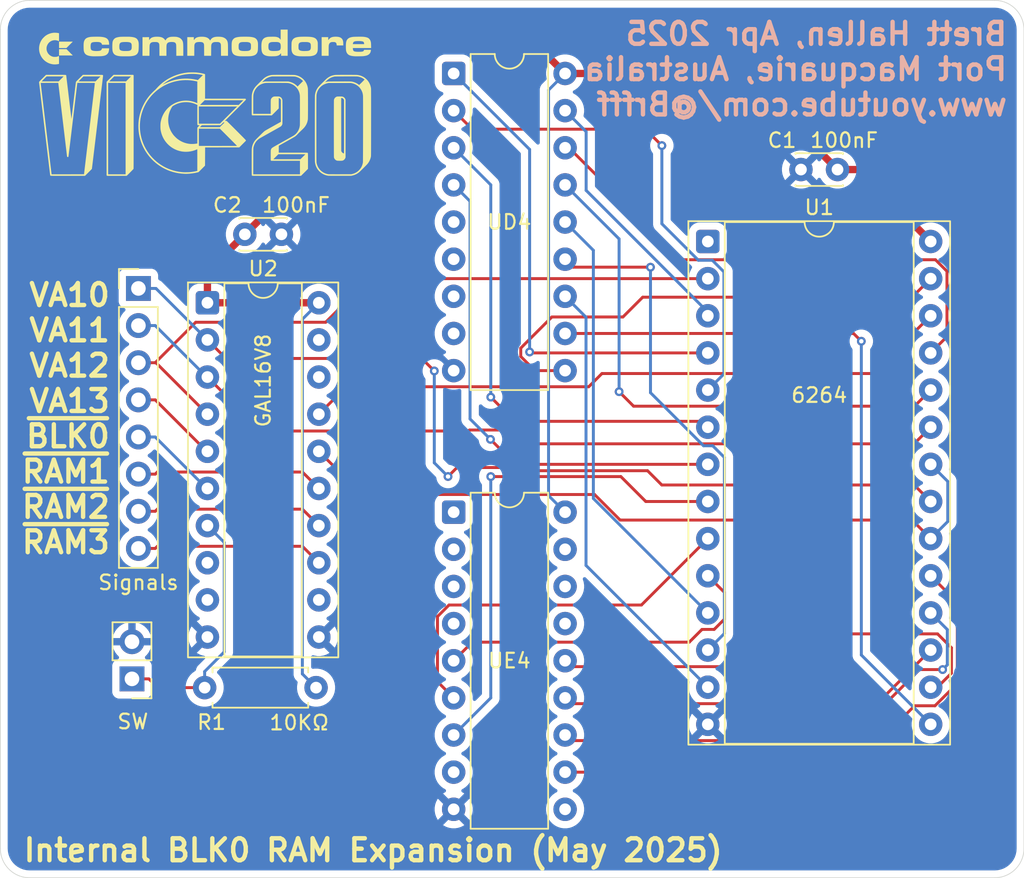
<source format=kicad_pcb>
(kicad_pcb (version 20241229) (generator "pcbnew") (generator_version "9.0")
  (title_block (title "Commodore VIC-20 BLK0 RAM Expansion ") (date "12-May-2025") (rev "A") (company "Brett Hallen") (comment 1 "www.youtube.com/@Brfff"))
  (layers (0 "F.Cu" signal) (2 "B.Cu" signal) (13 "F.Paste" user) (15 "B.Paste" user) (5 "F.SilkS" user "F.Silkscreen") (7 "B.SilkS" user "B.Silkscreen") (1 "F.Mask" user) (3 "B.Mask" user) (25 "Edge.Cuts" user))
  (net 0 "")
  (net 1 "+5V")
  (net 2 "GND")
  (net 3 "VA4")
  (net 4 "VA3")
  (net 5 "VA5")
  (net 6 "VA2")
  (net 7 "VA0")
  (net 8 "VA8")
  (net 9 "BD1")
  (net 10 "BD2")
  (net 11 "BD3")
  (net 12 "VA6")
  (net 14 "BD0")
  (net 15 "VA7")
  (net 16 "VR{slash}W")
  (net 17 "VA1")
  (net 18 "VA9")
  (net 19 "BD7")
  (net 20 "BD6")
  (net 25 "BD5")
  (net 28 "BD4")
  (net 32 "S")
  (net 33 "~{RAM3}")
  (net 34 "VA12")
  (net 35 "VA10")
  (net 36 "VA13{slash}G1")
  (net 38 "VA11")
  (net 39 "~{CS1}")
  (net 40 "~{RAM2}")
  (net 41 "CS2")
  (net 47 "~{BLK0}{slash}~{G2A}")
  (net 51 "~{RAM1}")
  (footprint "Connector_PinHeader_2.54mm:PinHeader_1x02_P2.54mm_Vertical" (layer "F.Cu") (at 58.04 77.52 180)
    (property "Reference" "J3" (hide yes))
    (property "Value" "SW" (at -0.058137 -2.923627 0) (layer "F.SilkS"))
    (pad "1" thru_hole rect (at 0 0 180) (size 1.7 1.7) (drill 1) (layers "*.Cu" "*.Mask") (net 32 "S"))
    (pad "2" thru_hole oval (at 0 2.54 180) (size 1.7 1.7) (drill 1) (layers "*.Cu" "*.Mask") (net 2 "GND"))
  )
  (footprint "Connector_PinHeader_2.54mm:PinHeader_1x08_P2.54mm_Vertical" (layer "F.Cu") (at 58.48 50.82)
    (property "Reference" "J4" (hide yes))
    (property "Value" "Signals" (at 0 20.11 0) (layer "F.SilkS"))
    (pad "1" thru_hole rect (at 0 0) (size 1.7 1.7) (drill 1) (layers "*.Cu" "*.Mask") (net 35 "VA10"))
    (pad "2" thru_hole oval (at 0 2.54) (size 1.7 1.7) (drill 1) (layers "*.Cu" "*.Mask") (net 38 "VA11"))
    (pad "3" thru_hole oval (at 0 5.08) (size 1.7 1.7) (drill 1) (layers "*.Cu" "*.Mask") (net 34 "VA12"))
    (pad "4" thru_hole oval (at 0 7.62) (size 1.7 1.7) (drill 1) (layers "*.Cu" "*.Mask") (net 36 "VA13{slash}G1"))
    (pad "5" thru_hole oval (at 0 10.16) (size 1.7 1.7) (drill 1) (layers "*.Cu" "*.Mask") (net 47 "~{BLK0}{slash}~{G2A}"))
    (pad "6" thru_hole oval (at 0 12.7) (size 1.7 1.7) (drill 1) (layers "*.Cu" "*.Mask") (net 51 "~{RAM1}"))
    (pad "7" thru_hole oval (at 0 15.24) (size 1.7 1.7) (drill 1) (layers "*.Cu" "*.Mask") (net 40 "~{RAM2}"))
    (pad "8" thru_hole oval (at 0 17.78) (size 1.7 1.7) (drill 1) (layers "*.Cu" "*.Mask") (net 33 "~{RAM3}"))
  )
  (footprint "Package_DIP:DIP-18_W7.62mm" (layer "F.Cu") (at 80.04 66.12)
    (property "Reference" "J2" (hide yes))
    (property "Value" "UE4" (at 3.805 10.16 0) (layer "F.SilkS"))
    (pad "1" thru_hole roundrect (at 0 0) (size 1.6 1.6) (drill 0.8) (layers "*.Cu" "*.Mask") (roundrect_rratio 0.15625))
    (pad "2" thru_hole circle (at 0 2.54) (size 1.6 1.6) (drill 0.8) (layers "*.Cu" "*.Mask"))
    (pad "3" thru_hole circle (at 0 5.08) (size 1.6 1.6) (drill 0.8) (layers "*.Cu" "*.Mask"))
    (pad "4" thru_hole circle (at 0 7.62) (size 1.6 1.6) (drill 0.8) (layers "*.Cu" "*.Mask"))
    (pad "5" thru_hole circle (at 0 10.16) (size 1.6 1.6) (drill 0.8) (layers "*.Cu" "*.Mask") (net 7 "VA0"))
    (pad "6" thru_hole circle (at 0 12.7) (size 1.6 1.6) (drill 0.8) (layers "*.Cu" "*.Mask") (net 17 "VA1"))
    (pad "7" thru_hole circle (at 0 15.24) (size 1.6 1.6) (drill 0.8) (layers "*.Cu" "*.Mask") (net 6 "VA2"))
    (pad "8" thru_hole circle (at 0 17.78) (size 1.6 1.6) (drill 0.8) (layers "*.Cu" "*.Mask"))
    (pad "9" thru_hole circle (at 0 20.32) (size 1.6 1.6) (drill 0.8) (layers "*.Cu" "*.Mask") (net 2 "GND"))
    (pad "10" thru_hole circle (at 7.62 20.32) (size 1.6 1.6) (drill 0.8) (layers "*.Cu" "*.Mask"))
    (pad "11" thru_hole circle (at 7.62 17.78) (size 1.6 1.6) (drill 0.8) (layers "*.Cu" "*.Mask") (net 19 "BD7"))
    (pad "12" thru_hole circle (at 7.62 15.24) (size 1.6 1.6) (drill 0.8) (layers "*.Cu" "*.Mask") (net 20 "BD6"))
    (pad "13" thru_hole circle (at 7.62 12.7) (size 1.6 1.6) (drill 0.8) (layers "*.Cu" "*.Mask") (net 25 "BD5"))
    (pad "14" thru_hole circle (at 7.62 10.16) (size 1.6 1.6) (drill 0.8) (layers "*.Cu" "*.Mask") (net 28 "BD4"))
    (pad "15" thru_hole circle (at 7.62 7.62) (size 1.6 1.6) (drill 0.8) (layers "*.Cu" "*.Mask"))
    (pad "16" thru_hole circle (at 7.62 5.08) (size 1.6 1.6) (drill 0.8) (layers "*.Cu" "*.Mask"))
    (pad "17" thru_hole circle (at 7.62 2.54) (size 1.6 1.6) (drill 0.8) (layers "*.Cu" "*.Mask"))
    (pad "18" thru_hole circle (at 7.62 0) (size 1.6 1.6) (drill 0.8) (layers "*.Cu" "*.Mask") (net 1 "+5V"))
  )
  (footprint "Package_DIP:DIP-18_W7.62mm" (layer "F.Cu") (at 80.04 36.12)
    (property "Reference" "J1" (hide yes))
    (property "Value" "UD4" (at 3.805 10.16 0) (layer "F.SilkS"))
    (pad "1" thru_hole roundrect (at 0 0) (size 1.6 1.6) (drill 0.8) (layers "*.Cu" "*.Mask") (roundrect_rratio 0.15625) (net 12 "VA6"))
    (pad "2" thru_hole circle (at 0 2.54) (size 1.6 1.6) (drill 0.8) (layers "*.Cu" "*.Mask") (net 5 "VA5"))
    (pad "3" thru_hole circle (at 0 5.08) (size 1.6 1.6) (drill 0.8) (layers "*.Cu" "*.Mask") (net 3 "VA4"))
    (pad "4" thru_hole circle (at 0 7.62) (size 1.6 1.6) (drill 0.8) (layers "*.Cu" "*.Mask") (net 4 "VA3"))
    (pad "5" thru_hole circle (at 0 10.16) (size 1.6 1.6) (drill 0.8) (layers "*.Cu" "*.Mask"))
    (pad "6" thru_hole circle (at 0 12.7) (size 1.6 1.6) (drill 0.8) (layers "*.Cu" "*.Mask"))
    (pad "7" thru_hole circle (at 0 15.24) (size 1.6 1.6) (drill 0.8) (layers "*.Cu" "*.Mask"))
    (pad "8" thru_hole circle (at 0 17.78) (size 1.6 1.6) (drill 0.8) (layers "*.Cu" "*.Mask"))
    (pad "9" thru_hole circle (at 0 20.32) (size 1.6 1.6) (drill 0.8) (layers "*.Cu" "*.Mask") (net 2 "GND"))
    (pad "10" thru_hole circle (at 7.62 20.32) (size 1.6 1.6) (drill 0.8) (layers "*.Cu" "*.Mask") (net 16 "VR{slash}W"))
    (pad "11" thru_hole circle (at 7.62 17.78) (size 1.6 1.6) (drill 0.8) (layers "*.Cu" "*.Mask") (net 11 "BD3"))
    (pad "12" thru_hole circle (at 7.62 15.24) (size 1.6 1.6) (drill 0.8) (layers "*.Cu" "*.Mask") (net 10 "BD2"))
    (pad "13" thru_hole circle (at 7.62 12.7) (size 1.6 1.6) (drill 0.8) (layers "*.Cu" "*.Mask") (net 9 "BD1"))
    (pad "14" thru_hole circle (at 7.62 10.16) (size 1.6 1.6) (drill 0.8) (layers "*.Cu" "*.Mask") (net 14 "BD0"))
    (pad "15" thru_hole circle (at 7.62 7.62) (size 1.6 1.6) (drill 0.8) (layers "*.Cu" "*.Mask") (net 18 "VA9"))
    (pad "16" thru_hole circle (at 7.62 5.08) (size 1.6 1.6) (drill 0.8) (layers "*.Cu" "*.Mask") (net 8 "VA8"))
    (pad "17" thru_hole circle (at 7.62 2.54) (size 1.6 1.6) (drill 0.8) (layers "*.Cu" "*.Mask") (net 15 "VA7"))
    (pad "18" thru_hole circle (at 7.62 0) (size 1.6 1.6) (drill 0.8) (layers "*.Cu" "*.Mask") (net 1 "+5V"))
  )
  (footprint "Package_DIP:DIP-20_W7.62mm_Socket" (layer "F.Cu") (at 63.2 51.8)
    (property "Reference" "U2" (at 3.81 -2.33 0) (layer "F.SilkS"))
    (property "Value" "GAL16V8" (at 3.81 5.32 90) (layer "F.SilkS"))
    (pad "1" thru_hole roundrect (at 0 0) (size 1.6 1.6) (drill 0.8) (layers "*.Cu" "*.Mask") (roundrect_rratio 0.15625) (net 1 "+5V"))
    (pad "2" thru_hole circle (at 0 2.54) (size 1.6 1.6) (drill 0.8) (layers "*.Cu" "*.Mask") (net 35 "VA10"))
    (pad "3" thru_hole circle (at 0 5.08) (size 1.6 1.6) (drill 0.8) (layers "*.Cu" "*.Mask") (net 38 "VA11"))
    (pad "4" thru_hole circle (at 0 7.62) (size 1.6 1.6) (drill 0.8) (layers "*.Cu" "*.Mask") (net 34 "VA12"))
    (pad "5" thru_hole circle (at 0 10.16) (size 1.6 1.6) (drill 0.8) (layers "*.Cu" "*.Mask") (net 36 "VA13{slash}G1"))
    (pad "6" thru_hole circle (at 0 12.7) (size 1.6 1.6) (drill 0.8) (layers "*.Cu" "*.Mask") (net 47 "~{BLK0}{slash}~{G2A}"))
    (pad "7" thru_hole circle (at 0 15.24) (size 1.6 1.6) (drill 0.8) (layers "*.Cu" "*.Mask") (net 32 "S"))
    (pad "8" thru_hole circle (at 0 17.78) (size 1.6 1.6) (drill 0.8) (layers "*.Cu" "*.Mask"))
    (pad "9" thru_hole circle (at 0 20.32) (size 1.6 1.6) (drill 0.8) (layers "*.Cu" "*.Mask"))
    (pad "10" thru_hole circle (at 0 22.86) (size 1.6 1.6) (drill 0.8) (layers "*.Cu" "*.Mask") (net 2 "GND"))
    (pad "11" thru_hole circle (at 7.62 22.86) (size 1.6 1.6) (drill 0.8) (layers "*.Cu" "*.Mask") (net 2 "GND"))
    (pad "12" thru_hole circle (at 7.62 20.32) (size 1.6 1.6) (drill 0.8) (layers "*.Cu" "*.Mask"))
    (pad "13" thru_hole circle (at 7.62 17.78) (size 1.6 1.6) (drill 0.8) (layers "*.Cu" "*.Mask") (net 33 "~{RAM3}"))
    (pad "14" thru_hole circle (at 7.62 15.24) (size 1.6 1.6) (drill 0.8) (layers "*.Cu" "*.Mask") (net 40 "~{RAM2}"))
    (pad "15" thru_hole circle (at 7.62 12.7) (size 1.6 1.6) (drill 0.8) (layers "*.Cu" "*.Mask") (net 51 "~{RAM1}"))
    (pad "16" thru_hole circle (at 7.62 10.16) (size 1.6 1.6) (drill 0.8) (layers "*.Cu" "*.Mask") (net 39 "~{CS1}"))
    (pad "17" thru_hole circle (at 7.62 7.62) (size 1.6 1.6) (drill 0.8) (layers "*.Cu" "*.Mask") (net 41 "CS2"))
    (pad "18" thru_hole circle (at 7.62 5.08) (size 1.6 1.6) (drill 0.8) (layers "*.Cu" "*.Mask"))
    (pad "19" thru_hole circle (at 7.62 2.54) (size 1.6 1.6) (drill 0.8) (layers "*.Cu" "*.Mask"))
    (pad "20" thru_hole circle (at 7.62 0) (size 1.6 1.6) (drill 0.8) (layers "*.Cu" "*.Mask") (net 1 "+5V"))
  )
  (footprint "Capacitor_THT:C_Disc_D3.0mm_W2.0mm_P2.50mm" (layer "F.Cu") (at 106.29 42.69 180)
    (property "Reference" "C1" (at 3.795652 2 0) (layer "F.SilkS"))
    (property "Value" "100nF" (at -0.454348 2 0) (layer "F.SilkS"))
    (pad "1" thru_hole circle (at 0 0 180) (size 1.6 1.6) (drill 0.8) (layers "*.Cu" "*.Mask") (net 1 "+5V"))
    (pad "2" thru_hole circle (at 2.5 0 180) (size 1.6 1.6) (drill 0.8) (layers "*.Cu" "*.Mask") (net 2 "GND"))
  )
  (footprint "Resistor_THT:R_Axial_DIN0207_L6.3mm_D2.5mm_P7.62mm_Horizontal" (layer "F.Cu") (at 70.63 78.12 180)
    (property "Reference" "R1" (at 7.15 -2.37 0) (layer "F.SilkS"))
    (property "Value" "10KΩ" (at 1.15 -2.4 0) (layer "F.SilkS"))
    (pad "1" thru_hole circle (at 0 0 180) (size 1.6 1.6) (drill 0.8) (layers "*.Cu" "*.Mask") (net 1 "+5V"))
    (pad "2" thru_hole oval (at 7.62 0 180) (size 1.6 1.6) (drill 0.8) (layers "*.Cu" "*.Mask") (net 32 "S"))
  )
  (footprint "LOGO" (layer "F.Cu") (at 63.04 38.12)
    (property "Reference" "G***" (hide yes))
    (property "Value" "LOGO" (hide yes))
  )
  (footprint "Package_DIP:DIP-28_W15.24mm_Socket" (layer "F.Cu") (at 97.42 47.61)
    (property "Reference" "U1" (at 7.62 -2.33 0) (layer "F.SilkS"))
    (property "Value" "6264" (at 7.62 10.51 0) (layer "F.SilkS"))
    (pad "1" thru_hole roundrect (at 0 0) (size 1.6 1.6) (drill 0.8) (layers "*.Cu" "*.Mask") (roundrect_rratio 0.15625))
    (pad "2" thru_hole circle (at 0 2.54) (size 1.6 1.6) (drill 0.8) (layers "*.Cu" "*.Mask") (net 34 "VA12"))
    (pad "3" thru_hole circle (at 0 5.08) (size 1.6 1.6) (drill 0.8) (layers "*.Cu" "*.Mask") (net 15 "VA7"))
    (pad "4" thru_hole circle (at 0 7.62) (size 1.6 1.6) (drill 0.8) (layers "*.Cu" "*.Mask") (net 12 "VA6"))
    (pad "5" thru_hole circle (at 0 10.16) (size 1.6 1.6) (drill 0.8) (layers "*.Cu" "*.Mask") (net 5 "VA5"))
    (pad "6" thru_hole circle (at 0 12.7) (size 1.6 1.6) (drill 0.8) (layers "*.Cu" "*.Mask") (net 3 "VA4"))
    (pad "7" thru_hole circle (at 0 15.24) (size 1.6 1.6) (drill 0.8) (layers "*.Cu" "*.Mask") (net 4 "VA3"))
    (pad "8" thru_hole circle (at 0 17.78) (size 1.6 1.6) (drill 0.8) (layers "*.Cu" "*.Mask") (net 6 "VA2"))
    (pad "9" thru_hole circle (at 0 20.32) (size 1.6 1.6) (drill 0.8) (layers "*.Cu" "*.Mask") (net 17 "VA1"))
    (pad "10" thru_hole circle (at 0 22.86) (size 1.6 1.6) (drill 0.8) (layers "*.Cu" "*.Mask") (net 7 "VA0"))
    (pad "11" thru_hole circle (at 0 25.4) (size 1.6 1.6) (drill 0.8) (layers "*.Cu" "*.Mask") (net 14 "BD0"))
    (pad "12" thru_hole circle (at 0 27.94) (size 1.6 1.6) (drill 0.8) (layers "*.Cu" "*.Mask") (net 9 "BD1"))
    (pad "13" thru_hole circle (at 0 30.48) (size 1.6 1.6) (drill 0.8) (layers "*.Cu" "*.Mask") (net 10 "BD2"))
    (pad "14" thru_hole circle (at 0 33.02) (size 1.6 1.6) (drill 0.8) (layers "*.Cu" "*.Mask") (net 2 "GND"))
    (pad "15" thru_hole circle (at 15.24 33.02) (size 1.6 1.6) (drill 0.8) (layers "*.Cu" "*.Mask") (net 11 "BD3"))
    (pad "16" thru_hole circle (at 15.24 30.48) (size 1.6 1.6) (drill 0.8) (layers "*.Cu" "*.Mask") (net 28 "BD4"))
    (pad "17" thru_hole circle (at 15.24 27.94) (size 1.6 1.6) (drill 0.8) (layers "*.Cu" "*.Mask") (net 25 "BD5"))
    (pad "18" thru_hole circle (at 15.24 25.4) (size 1.6 1.6) (drill 0.8) (layers "*.Cu" "*.Mask") (net 20 "BD6"))
    (pad "19" thru_hole circle (at 15.24 22.86) (size 1.6 1.6) (drill 0.8) (layers "*.Cu" "*.Mask") (net 19 "BD7"))
    (pad "20" thru_hole circle (at 15.24 20.32) (size 1.6 1.6) (drill 0.8) (layers "*.Cu" "*.Mask") (net 39 "~{CS1}"))
    (pad "21" thru_hole circle (at 15.24 17.78) (size 1.6 1.6) (drill 0.8) (layers "*.Cu" "*.Mask") (net 35 "VA10"))
    (pad "22" thru_hole circle (at 15.24 15.24) (size 1.6 1.6) (drill 0.8) (layers "*.Cu" "*.Mask") (net 39 "~{CS1}"))
    (pad "23" thru_hole circle (at 15.24 12.7) (size 1.6 1.6) (drill 0.8) (layers "*.Cu" "*.Mask") (net 38 "VA11"))
    (pad "24" thru_hole circle (at 15.24 10.16) (size 1.6 1.6) (drill 0.8) (layers "*.Cu" "*.Mask") (net 18 "VA9"))
    (pad "25" thru_hole circle (at 15.24 7.62) (size 1.6 1.6) (drill 0.8) (layers "*.Cu" "*.Mask") (net 8 "VA8"))
    (pad "26" thru_hole circle (at 15.24 5.08) (size 1.6 1.6) (drill 0.8) (layers "*.Cu" "*.Mask") (net 41 "CS2"))
    (pad "27" thru_hole circle (at 15.24 2.54) (size 1.6 1.6) (drill 0.8) (layers "*.Cu" "*.Mask") (net 16 "VR{slash}W"))
    (pad "28" thru_hole circle (at 15.24 0) (size 1.6 1.6) (drill 0.8) (layers "*.Cu" "*.Mask") (net 1 "+5V"))
  )
  (footprint "Capacitor_THT:C_Disc_D3.0mm_W2.0mm_P2.50mm" (layer "F.Cu") (at 65.76 47.12)
    (property "Reference" "C2" (at -1.2 -2 0) (layer "F.SilkS"))
    (property "Value" "100nF" (at 3.5 -2 0) (layer "F.SilkS"))
    (pad "1" thru_hole circle (at 0 0) (size 1.6 1.6) (drill 0.8) (layers "*.Cu" "*.Mask") (net 1 "+5V"))
    (pad "2" thru_hole circle (at 2.5 0) (size 1.6 1.6) (drill 0.8) (layers "*.Cu" "*.Mask") (net 2 "GND"))
  )
  (gr_arc (start 119.04 89.12) (mid 118.454214 90.534214) (end 117.04 91.12) (stroke (width 0.05)) (layer "Edge.Cuts"))
  (gr_line (start 51.04 31.12) (end 117.04 31.12) (stroke (width 0.05)) (layer "Edge.Cuts"))
  (gr_arc (start 117.04 31.12) (mid 118.454214 31.705786) (end 119.04 33.12) (stroke (width 0.05)) (layer "Edge.Cuts"))
  (gr_line (start 49.04 89.12) (end 49.04 33.12) (stroke (width 0.05)) (layer "Edge.Cuts"))
  (gr_arc (start 51.04 91.12) (mid 49.625786 90.534214) (end 49.04 89.12) (stroke (width 0.05)) (layer "Edge.Cuts"))
  (gr_arc (start 49.04 33.12) (mid 49.625786 31.705786) (end 51.04 31.12) (stroke (width 0.05)) (layer "Edge.Cuts"))
  (gr_line (start 117.04 91.12) (end 51.04 91.12) (stroke (width 0.05)) (layer "Edge.Cuts"))
  (gr_line (start 119.04 33.12) (end 119.04 89.12) (stroke (width 0.05)) (layer "Edge.Cuts"))
  (gr_text "Internal BLK0 RAM Expansion (May 2025)" (at 50.48 90.12 0) (layer "F.SilkS") (effects (font (size 1.5 1.5) (thickness 0.3) (bold yes)) (justify left bottom)))
  (gr_text "VA10\nVA11\nVA12\nVA13\n~{BLK0}\n~{RAM1}\n~{RAM2}\n~{RAM3}" (at 56.68 69.05584 0) (layer "F.SilkS") (effects (font (size 1.5 1.5) (thickness 0.3) (bold yes)) (justify right bottom)))
  (gr_text "Brett Hallen, Apr 2025\nPort Macquarie, Australia\nwww.youtube.com/@Brfff" (at 118.04 39.12 0) (layer "B.SilkS") (effects (font (size 1.5 1.5) (thickness 0.3) (bold yes)) (justify left bottom mirror)))
  (segment (start 70.82 51.8) (end 63.2 51.8) (width 0.5) (layer "F.Cu") (net 1))
  (segment (start 99.72 36.12) (end 106.29 42.69) (width 0.5) (layer "F.Cu") (net 1))
  (segment (start 63.2 51.8) (end 63.2 49.68) (width 0.5) (layer "F.Cu") (net 1))
  (segment (start 87.66 36.12) (end 85.06 33.52) (width 0.5) (layer "F.Cu") (net 1))
  (segment (start 79.36 33.52) (end 65.76 47.12) (width 0.5) (layer "F.Cu") (net 1))
  (segment (start 63.2 49.68) (end 65.76 47.12) (width 0.5) (layer "F.Cu") (net 1))
  (segment (start 106.29 42.69) (end 107.74 42.69) (width 0.5) (layer "F.Cu") (net 1))
  (segment (start 87.66 36.12) (end 99.72 36.12) (width 0.5) (layer "F.Cu") (net 1))
  (segment (start 107.74 42.69) (end 112.66 47.61) (width 0.5) (layer "F.Cu") (net 1))
  (segment (start 85.06 33.52) (end 79.36 33.52) (width 0.5) (layer "F.Cu") (net 1))
  (segment (start 70.63 78.12) (end 69.6926 77.1826) (width 0.2) (layer "B.Cu") (net 1))
  (segment (start 69.6926 77.1826) (end 69.6926 52.9274) (width 0.2) (layer "B.Cu") (net 1))
  (segment (start 69.6926 52.9274) (end 70.82 51.8) (width 0.2) (layer "B.Cu") (net 1))
  (segment (start 87.66 36.12) (end 86.5289 37.2511) (width 0.2) (layer "B.Cu") (net 1))
  (segment (start 86.5289 37.2511) (end 86.5289 64.9889) (width 0.2) (layer "B.Cu") (net 1))
  (segment (start 86.5289 64.9889) (end 87.66 66.12) (width 0.2) (layer "B.Cu") (net 1))
  (segment (start 97.0184 59.9084) (end 84.233 59.9084) (width 0.2) (layer "F.Cu") (net 3))
  (segment (start 84.233 59.9084) (end 82.5775 58.2529) (width 0.2) (layer "F.Cu") (net 3))
  (segment (start 97.42 60.31) (end 97.0184 59.9084) (width 0.2) (layer "F.Cu") (net 3))
  (via (at 82.5775 58.2529) (size 0.6) (drill 0.3) (layers "F.Cu" "B.Cu") (net 3))
  (segment (start 80.04 41.2) (end 82.5775 43.7375) (width 0.2) (layer "B.Cu") (net 3))
  (segment (start 82.5775 43.7375) (end 82.5775 58.2529) (width 0.2) (layer "B.Cu") (net 3))
  (segment (start 84.2652 62.85) (end 97.42 62.85) (width 0.2) (layer "F.Cu") (net 4))
  (segment (start 82.5562 61.141) (end 84.2652 62.85) (width 0.2) (layer "F.Cu") (net 4))
  (via (at 82.5562 61.141) (size 0.6) (drill 0.3) (layers "F.Cu" "B.Cu") (net 4))
  (segment (start 81.1606 59.7454) (end 82.5562 61.141) (width 0.2) (layer "B.Cu") (net 4))
  (segment (start 81.1606 44.8606) (end 81.1606 59.7454) (width 0.2) (layer "B.Cu") (net 4))
  (segment (start 80.04 43.74) (end 81.1606 44.8606) (width 0.2) (layer "B.Cu") (net 4))
  (segment (start 93.1548 39.93) (end 81.31 39.93) (width 0.2) (layer "F.Cu") (net 5))
  (segment (start 81.31 39.93) (end 80.04 38.66) (width 0.2) (layer "F.Cu") (net 5))
  (segment (start 94.2775 41.0527) (end 93.1548 39.93) (width 0.2) (layer "F.Cu") (net 5))
  (via (at 94.2775 41.0527) (size 0.6) (drill 0.3) (layers "F.Cu" "B.Cu") (net 5))
  (segment (start 98.5217 49.6882) (end 97.7275 48.894) (width 0.2) (layer "B.Cu") (net 5))
  (segment (start 96.7743 48.894) (end 94.2775 46.3972) (width 0.2) (layer "B.Cu") (net 5))
  (segment (start 98.5217 56.6683) (end 98.5217 49.6882) (width 0.2) (layer "B.Cu") (net 5))
  (segment (start 94.2775 46.3972) (end 94.2775 41.0527) (width 0.2) (layer "B.Cu") (net 5))
  (segment (start 97.7275 48.894) (end 96.7743 48.894) (width 0.2) (layer "B.Cu") (net 5))
  (segment (start 97.42 57.77) (end 98.5217 56.6683) (width 0.2) (layer "B.Cu") (net 5))
  (segment (start 97.42 65.39) (end 93.1768 65.39) (width 0.2) (layer "F.Cu") (net 6))
  (segment (start 93.1768 65.39) (end 91.4742 63.6874) (width 0.2) (layer "F.Cu") (net 6))
  (segment (start 91.4742 63.6874) (end 82.5775 63.6874) (width 0.2) (layer "F.Cu") (net 6))
  (via (at 82.5775 63.6874) (size 0.6) (drill 0.3) (layers "F.Cu" "B.Cu") (net 6))
  (segment (start 82.5775 78.8225) (end 82.5775 63.6874) (width 0.2) (layer "B.Cu") (net 6))
  (segment (start 80.04 81.36) (end 82.5775 78.8225) (width 0.2) (layer "B.Cu") (net 6))
  (segment (start 97.0216 74.1384) (end 96.15 75.01) (width 0.2) (layer "F.Cu") (net 7))
  (segment (start 98.5588 71.6088) (end 98.5588 73.4337) (width 0.2) (layer "F.Cu") (net 7))
  (segment (start 97.42 70.47) (end 98.5588 71.6088) (width 0.2) (layer "F.Cu") (net 7))
  (segment (start 81.31 75.01) (end 80.04 76.28) (width 0.2) (layer "F.Cu") (net 7))
  (segment (start 97.8541 74.1384) (end 97.0216 74.1384) (width 0.2) (layer "F.Cu") (net 7))
  (segment (start 98.5588 73.4337) (end 97.8541 74.1384) (width 0.2) (layer "F.Cu") (net 7))
  (segment (start 96.15 75.01) (end 81.31 75.01) (width 0.2) (layer "F.Cu") (net 7))
  (segment (start 113.7753 54.1147) (end 113.7753 49.6465) (width 0.2) (layer "F.Cu") (net 8))
  (segment (start 95.5817 48.8576) (end 87.9241 41.2) (width 0.2) (layer "F.Cu") (net 8))
  (segment (start 87.9241 41.2) (end 87.66 41.2) (width 0.2) (layer "F.Cu") (net 8))
  (segment (start 113.7753 49.6465) (end 112.9864 48.8576) (width 0.2) (layer "F.Cu") (net 8))
  (segment (start 112.66 55.23) (end 113.7753 54.1147) (width 0.2) (layer "F.Cu") (net 8))
  (segment (start 112.9864 48.8576) (end 95.5817 48.8576) (width 0.2) (layer "F.Cu") (net 8))
  (segment (start 93.4989 49.3661) (end 88.2061 49.3661) (width 0.2) (layer "F.Cu") (net 9))
  (segment (start 88.2061 49.3661) (end 87.66 48.82) (width 0.2) (layer "F.Cu") (net 9))
  (via (at 93.4989 49.3661) (size 0.6) (drill 0.3) (layers "F.Cu" "B.Cu") (net 9))
  (segment (start 93.4989 57.9509) (end 93.4989 49.3661) (width 0.2) (layer "B.Cu") (net 9))
  (segment (start 97.128 61.58) (end 93.4989 57.9509) (width 0.2) (layer "B.Cu") (net 9))
  (segment (start 97.42 75.55) (end 98.5515 74.4185) (width 0.2) (layer "B.Cu") (net 9))
  (segment (start 98.5515 74.4185) (end 98.5515 62.3749) (width 0.2) (layer "B.Cu") (net 9))
  (segment (start 98.5515 62.3749) (end 97.7566 61.58) (width 0.2) (layer "B.Cu") (net 9))
  (segment (start 97.7566 61.58) (end 97.128 61.58) (width 0.2) (layer "B.Cu") (net 9))
  (segment (start 87.66 51.36) (end 89.0906 52.7906) (width 0.2) (layer "B.Cu") (net 10))
  (segment (start 89.0906 52.7906) (end 89.0906 69.7606) (width 0.2) (layer "B.Cu") (net 10))
  (segment (start 89.0906 69.7606) (end 97.42 78.09) (width 0.2) (layer "B.Cu") (net 10))
  (segment (start 107.3871 53.9) (end 87.66 53.9) (width 0.2) (layer "F.Cu") (net 11))
  (segment (start 107.9184 54.4313) (end 107.3871 53.9) (width 0.2) (layer "F.Cu") (net 11))
  (via (at 107.9184 54.4313) (size 0.6) (drill 0.3) (layers "F.Cu" "B.Cu") (net 11))
  (segment (start 112.66 80.63) (end 107.9184 75.8884) (width 0.2) (layer "B.Cu") (net 11))
  (segment (start 107.9184 75.8884) (end 107.9184 54.4313) (width 0.2) (layer "B.Cu") (net 11))
  (segment (start 85.2992 55.23) (end 85.2345 55.1653) (width 0.2) (layer "F.Cu") (net 12))
  (segment (start 97.42 55.23) (end 85.2992 55.23) (width 0.2) (layer "F.Cu") (net 12))
  (via (at 85.2345 55.1653) (size 0.6) (drill 0.3) (layers "F.Cu" "B.Cu") (net 12))
  (segment (start 85.2345 41.3145) (end 80.04 36.12) (width 0.2) (layer "B.Cu") (net 12))
  (segment (start 85.2345 55.1653) (end 85.2345 41.3145) (width 0.2) (layer "B.Cu") (net 12))
  (segment (start 97.42 73.01) (end 89.5927 65.1827) (width 0.2) (layer "B.Cu") (net 14))
  (segment (start 89.5927 48.2127) (end 87.66 46.28) (width 0.2) (layer "B.Cu") (net 14))
  (segment (start 89.5927 65.1827) (end 89.5927 48.2127) (width 0.2) (layer "B.Cu") (net 14))
  (segment (start 97.42 52.4363) (end 89.0998 44.1161) (width 0.2) (layer "B.Cu") (net 15))
  (segment (start 97.42 52.69) (end 97.42 52.4363) (width 0.2) (layer "B.Cu") (net 15))
  (segment (start 89.0998 40.0998) (end 87.66 38.66) (width 0.2) (layer "B.Cu") (net 15))
  (segment (start 89.0998 44.1161) (end 89.0998 40.0998) (width 0.2) (layer "B.Cu") (net 15))
  (segment (start 91.6148 52.7715) (end 92.9663 51.42) (width 0.2) (layer "F.Cu") (net 16))
  (segment (start 86.7561 52.7715) (end 91.6148 52.7715) (width 0.2) (layer "F.Cu") (net 16))
  (segment (start 87.66 56.44) (end 85.5947 56.44) (width 0.2) (layer "F.Cu") (net 16))
  (segment (start 92.9663 51.42) (end 111.39 51.42) (width 0.2) (layer "F.Cu") (net 16))
  (segment (start 84.6273 55.4726) (end 84.6273 54.9003) (width 0.2) (layer "F.Cu") (net 16))
  (segment (start 85.5947 56.44) (end 84.6273 55.4726) (width 0.2) (layer "F.Cu") (net 16))
  (segment (start 111.39 51.42) (end 112.66 50.15) (width 0.2) (layer "F.Cu") (net 16))
  (segment (start 84.6273 54.9003) (end 86.7561 52.7715) (width 0.2) (layer "F.Cu") (net 16))
  (segment (start 78.933 73.2583) (end 78.933 77.713) (width 0.2) (layer "F.Cu") (net 17))
  (segment (start 79.7213 72.47) (end 78.933 73.2583) (width 0.2) (layer "F.Cu") (net 17))
  (segment (start 78.933 77.713) (end 80.04 78.82) (width 0.2) (layer "F.Cu") (net 17))
  (segment (start 92.88 72.47) (end 79.7213 72.47) (width 0.2) (layer "F.Cu") (net 17))
  (segment (start 97.42 67.93) (end 92.88 72.47) (width 0.2) (layer "F.Cu") (net 17))
  (segment (start 112.66 57.77) (end 111.5563 58.8737) (width 0.2) (layer "F.Cu") (net 18))
  (segment (start 111.5563 58.8737) (end 92.3448 58.8737) (width 0.2) (layer "F.Cu") (net 18))
  (segment (start 92.3448 58.8737) (end 91.3525 57.8814) (width 0.2) (layer "F.Cu") (net 18))
  (via (at 91.3525 57.8814) (size 0.6) (drill 0.3) (layers "F.Cu" "B.Cu") (net 18))
  (segment (start 91.3525 47.4325) (end 91.3525 57.8814) (width 0.2) (layer "B.Cu") (net 18))
  (segment (start 87.66 43.74) (end 91.3525 47.4325) (width 0.2) (layer "B.Cu") (net 18))
  (segment (start 87.66 83.9) (end 107.0198 83.9) (width 0.2) (layer "F.Cu") (net 19))
  (segment (start 112.955 79.36) (end 114.4812 77.8338) (width 0.2) (layer "F.Cu") (net 19))
  (segment (start 107.0198 83.9) (end 111.5598 79.36) (width 0.2) (layer "F.Cu") (net 19))
  (segment (start 114.4812 77.8338) (end 114.4812 72.2912) (width 0.2) (layer "F.Cu") (net 19))
  (segment (start 114.4812 72.2912) (end 112.66 70.47) (width 0.2) (layer "F.Cu") (net 19))
  (segment (start 111.5598 79.36) (end 112.955 79.36) (width 0.2) (layer "F.Cu") (net 19))
  (segment (start 111.8994 76.8854) (end 107.043 81.7418) (width 0.2) (layer "F.Cu") (net 20))
  (segment (start 88.0418 81.7418) (end 87.66 81.36) (width 0.2) (layer "F.Cu") (net 20))
  (segment (start 107.043 81.7418) (end 88.0418 81.7418) (width 0.2) (layer "F.Cu") (net 20))
  (segment (start 113.4778 76.8854) (end 111.8994 76.8854) (width 0.2) (layer "F.Cu") (net 20))
  (via (at 113.4778 76.8854) (size 0.6) (drill 0.3) (layers "F.Cu" "B.Cu") (net 20))
  (segment (start 113.7985 76.5647) (end 113.4778 76.8854) (width 0.2) (layer "B.Cu") (net 20))
  (segment (start 112.66 73.01) (end 113.7985 74.1485) (width 0.2) (layer "B.Cu") (net 20))
  (segment (start 113.7985 74.1485) (end 113.7985 76.5647) (width 0.2) (layer "B.Cu") (net 20))
  (segment (start 88.0567 79.2167) (end 87.66 78.82) (width 0.2) (layer "F.Cu") (net 25))
  (segment (start 112.66 75.55) (end 108.9933 79.2167) (width 0.2) (layer "F.Cu") (net 25))
  (segment (start 108.9933 79.2167) (end 88.0567 79.2167) (width 0.2) (layer "F.Cu") (net 25))
  (segment (start 113.1241 78.09) (end 114.0795 77.1346) (width 0.2) (layer "F.Cu") (net 28))
  (segment (start 114.0795 77.1346) (end 114.0795 75.3928) (width 0.2) (layer "F.Cu") (net 28))
  (segment (start 88.065 76.685) (end 87.66 76.28) (width 0.2) (layer "F.Cu") (net 28))
  (segment (start 102.0977 74.4432) (end 99.8559 76.685) (width 0.2) (layer "F.Cu") (net 28))
  (segment (start 113.1299 74.4432) (end 102.0977 74.4432) (width 0.2) (layer "F.Cu") (net 28))
  (segment (start 99.8559 76.685) (end 88.065 76.685) (width 0.2) (layer "F.Cu") (net 28))
  (segment (start 114.0795 75.3928) (end 113.1299 74.4432) (width 0.2) (layer "F.Cu") (net 28))
  (segment (start 112.66 78.09) (end 113.1241 78.09) (width 0.2) (layer "F.Cu") (net 28))
  (segment (start 63.01 78.12) (end 59.7917 78.12) (width 0.2) (layer "F.Cu") (net 32))
  (segment (start 58.04 77.52) (end 59.1917 77.52) (width 0.2) (layer "F.Cu") (net 32))
  (segment (start 59.7917 78.12) (end 59.1917 77.52) (width 0.2) (layer "F.Cu") (net 32))
  (segment (start 64.3527 68.1927) (end 64.3527 75.6756) (width 0.2) (layer "B.Cu") (net 32))
  (segment (start 63.01 78.12) (end 63.01 77.0183) (width 0.2) (layer "B.Cu") (net 32))
  (segment (start 63.2 67.04) (end 64.3527 68.1927) (width 0.2) (layer "B.Cu") (net 32))
  (segment (start 64.3527 75.6756) (end 63.01 77.0183) (width 0.2) (layer "B.Cu") (net 32))
  (segment (start 59.7767 68.455) (end 59.6317 68.6) (width 0.2) (layer "F.Cu") (net 33))
  (segment (start 69.695 68.455) (end 59.7767 68.455) (width 0.2) (layer "F.Cu") (net 33))
  (segment (start 70.82 69.58) (end 69.695 68.455) (width 0.2) (layer "F.Cu") (net 33))
  (segment (start 58.48 68.6) (end 59.6317 68.6) (width 0.2) (layer "F.Cu") (net 33))
  (segment (start 74.27 50.15) (end 71.286 53.134) (width 0.2) (layer "F.Cu") (net 34))
  (segment (start 58.48 55.9) (end 59.6317 55.9) (width 0.2) (layer "F.Cu") (net 34))
  (segment (start 59.68 55.9) (end 59.6317 55.9) (width 0.2) (layer "F.Cu") (net 34))
  (segment (start 62.3977 53.134) (end 59.6317 55.9) (width 0.2) (layer "F.Cu") (net 34))
  (segment (start 97.42 50.15) (end 74.27 50.15) (width 0.2) (layer "F.Cu") (net 34))
  (segment (start 71.286 53.134) (end 62.3977 53.134) (width 0.2) (layer "F.Cu") (net 34))
  (segment (start 63.2 59.42) (end 59.68 55.9) (width 0.2) (layer "F.Cu") (net 34))
  (segment (start 80.2683 63.0674) (end 79.6525 63.6832) (width 0.2) (layer "F.Cu") (net 35))
  (segment (start 93.2962 63.2851) (end 83.7658 63.2851) (width 0.2) (layer "F.Cu") (net 35))
  (segment (start 94.2726 64.2615) (end 93.2962 63.2851) (width 0.2) (layer "F.Cu") (net 35))
  (segment (start 77.8609 55.61) (end 64.47 55.61) (width 0.2) (layer "F.Cu") (net 35))
  (segment (start 83.7658 63.2851) (end 83.5481 63.0674) (width 0.2) (layer "F.Cu") (net 35))
  (segment (start 111.5315 64.2615) (end 94.2726 64.2615) (width 0.2) (layer "F.Cu") (net 35))
  (segment (start 78.715 56.4641) (end 77.8609 55.61) (width 0.2) (layer "F.Cu") (net 35))
  (segment (start 83.5481 63.0674) (end 80.2683 63.0674) (width 0.2) (layer "F.Cu") (net 35))
  (segment (start 64.47 55.61) (end 63.2 54.34) (width 0.2) (layer "F.Cu") (net 35))
  (segment (start 112.66 65.39) (end 111.5315 64.2615) (width 0.2) (layer "F.Cu") (net 35))
  (via (at 78.715 56.4641) (size 0.6) (drill 0.3) (layers "F.Cu" "B.Cu") (net 35))
  (via (at 79.6525 63.6832) (size 0.6) (drill 0.3) (layers "F.Cu" "B.Cu") (net 35))
  (segment (start 63.2 54.34) (end 59.68 50.82) (width 0.2) (layer "B.Cu") (net 35))
  (segment (start 79.6525 63.6832) (end 78.715 62.7457) (width 0.2) (layer "B.Cu") (net 35))
  (segment (start 78.715 62.7457) (end 78.715 56.4641) (width 0.2) (layer "B.Cu") (net 35))
  (segment (start 59.68 50.82) (end 58.48 50.82) (width 0.2) (layer "B.Cu") (net 35))
  (segment (start 58.48 58.44) (end 59.6317 58.44) (width 0.2) (layer "F.Cu") (net 36))
  (segment (start 63.1517 61.96) (end 59.6317 58.44) (width 0.2) (layer "F.Cu") (net 36))
  (segment (start 63.2 61.96) (end 63.1517 61.96) (width 0.2) (layer "F.Cu") (net 36))
  (segment (start 85.205 61.4462) (end 84.2613 60.5025) (width 0.2) (layer "F.Cu") (net 38))
  (segment (start 66.8901 60.5701) (end 63.2 56.88) (width 0.2) (layer "F.Cu") (net 38))
  (segment (start 111.5238 61.4462) (end 85.205 61.4462) (width 0.2) (layer "F.Cu") (net 38))
  (segment (start 81.0581 60.5701) (end 66.8901 60.5701) (width 0.2) (layer "F.Cu") (net 38))
  (segment (start 84.2613 60.5025) (end 81.1257 60.5025) (width 0.2) (layer "F.Cu") (net 38))
  (segment (start 112.66 60.31) (end 111.5238 61.4462) (width 0.2) (layer "F.Cu") (net 38))
  (segment (start 81.1257 60.5025) (end 81.0581 60.5701) (width 0.2) (layer "F.Cu") (net 38))
  (segment (start 63.1517 56.88) (end 59.6317 53.36) (width 0.2) (layer "B.Cu") (net 38))
  (segment (start 63.2 56.88) (end 63.1517 56.88) (width 0.2) (layer "B.Cu") (net 38))
  (segment (start 58.48 53.36) (end 59.6317 53.36) (width 0.2) (layer "B.Cu") (net 38))
  (segment (start 89.6748 64.9134) (end 91.4214 66.66) (width 0.2) (layer "F.Cu") (net 39))
  (segment (start 91.4214 66.66) (end 111.39 66.66) (width 0.2) (layer "F.Cu") (net 39))
  (segment (start 70.82 61.96) (end 73.7734 64.9134) (width 0.2) (layer "F.Cu") (net 39))
  (segment (start 111.39 66.66) (end 112.66 67.93) (width 0.2) (layer "F.Cu") (net 39))
  (segment (start 73.7734 64.9134) (end 89.6748 64.9134) (width 0.2) (layer "F.Cu") (net 39))
  (segment (start 113.8298 64.0198) (end 113.8298 66.7602) (width 0.2) (layer "B.Cu") (net 39))
  (segment (start 113.8298 66.7602) (end 112.66 67.93) (width 0.2) (layer "B.Cu") (net 39))
  (segment (start 112.66 62.85) (end 113.8298 64.0198) (width 0.2) (layer "B.Cu") (net 39))
  (segment (start 70.82 67.04) (end 69.695 65.915) (width 0.2) (layer "F.Cu") (net 40))
  (segment (start 59.7767 65.915) (end 59.6317 66.06) (width 0.2) (layer "F.Cu") (net 40))
  (segment (start 69.695 65.915) (end 59.7767 65.915) (width 0.2) (layer "F.Cu") (net 40))
  (segment (start 58.48 66.06) (end 59.6317 66.06) (width 0.2) (layer "F.Cu") (net 40))
  (segment (start 108.7101 56.6399) (end 112.66 52.69) (width 0.2) (layer "F.Cu") (net 41))
  (segment (start 70.82 59.42) (end 72.6983 57.5417) (width 0.2) (layer "F.Cu") (net 41))
  (segment (start 89.2778 57.5417) (end 90.1796 56.6399) (width 0.2) (layer "F.Cu") (net 41))
  (segment (start 90.1796 56.6399) (end 108.7101 56.6399) (width 0.2) (layer "F.Cu") (net 41))
  (segment (start 72.6983 57.5417) (end 89.2778 57.5417) (width 0.2) (layer "F.Cu") (net 41))
  (segment (start 63.1517 64.5) (end 59.6317 60.98) (width 0.2) (layer "B.Cu") (net 47))
  (segment (start 58.48 60.98) (end 59.6317 60.98) (width 0.2) (layer "B.Cu") (net 47))
  (segment (start 63.2 64.5) (end 63.1517 64.5) (width 0.2) (layer "B.Cu") (net 47))
  (segment (start 59.7767 63.375) (end 59.6317 63.52) (width 0.2) (layer "F.Cu") (net 51))
  (segment (start 70.82 64.5) (end 69.695 63.375) (width 0.2) (layer "F.Cu") (net 51))
  (segment (start 58.48 63.52) (end 59.6317 63.52) (width 0.2) (layer "F.Cu") (net 51))
  (segment (start 69.695 63.375) (end 59.7767 63.375) (width 0.2) (layer "F.Cu") (net 51))
  (zone (net 2) (net_name "GND") (layer "B.Cu") (connect_pads (clearance 0.5)) (min_thickness 0.25) (fill yes (thermal_gap 0.5) (thermal_bridge_width 0.5))
    (polygon (pts (xy 49.04 31.12) (xy 119.04 31.12) (xy 119.04 91.12) (xy 49.04 91.12)))
  )
)
</source>
